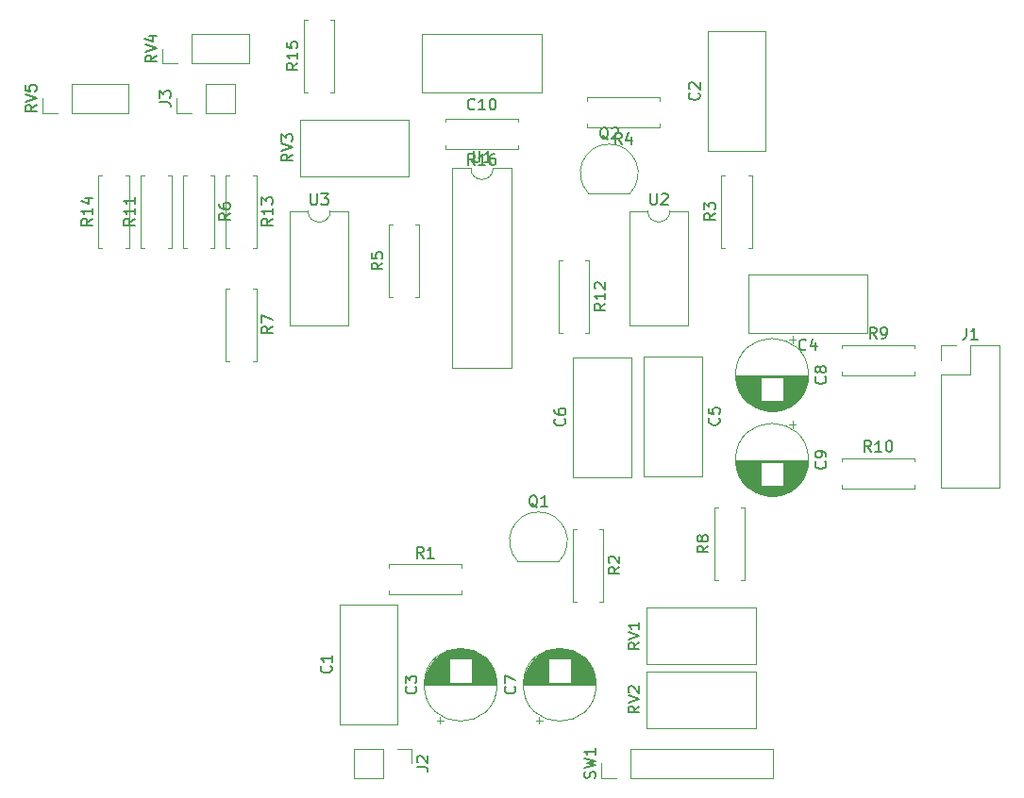
<source format=gbr>
%TF.GenerationSoftware,KiCad,Pcbnew,(6.0.6)*%
%TF.CreationDate,2022-11-10T09:08:44+01:00*%
%TF.ProjectId,LFO,4c464f2e-6b69-4636-9164-5f7063625858,rev?*%
%TF.SameCoordinates,Original*%
%TF.FileFunction,Legend,Top*%
%TF.FilePolarity,Positive*%
%FSLAX46Y46*%
G04 Gerber Fmt 4.6, Leading zero omitted, Abs format (unit mm)*
G04 Created by KiCad (PCBNEW (6.0.6)) date 2022-11-10 09:08:44*
%MOMM*%
%LPD*%
G01*
G04 APERTURE LIST*
%ADD10C,0.150000*%
%ADD11C,0.120000*%
G04 APERTURE END LIST*
D10*
%TO.C,J1*%
X155871666Y-104437380D02*
X155871666Y-105151666D01*
X155824047Y-105294523D01*
X155728809Y-105389761D01*
X155585952Y-105437380D01*
X155490714Y-105437380D01*
X156871666Y-105437380D02*
X156300238Y-105437380D01*
X156585952Y-105437380D02*
X156585952Y-104437380D01*
X156490714Y-104580238D01*
X156395476Y-104675476D01*
X156300238Y-104723095D01*
%TO.C,SW1*%
X122534761Y-144843333D02*
X122582380Y-144700476D01*
X122582380Y-144462380D01*
X122534761Y-144367142D01*
X122487142Y-144319523D01*
X122391904Y-144271904D01*
X122296666Y-144271904D01*
X122201428Y-144319523D01*
X122153809Y-144367142D01*
X122106190Y-144462380D01*
X122058571Y-144652857D01*
X122010952Y-144748095D01*
X121963333Y-144795714D01*
X121868095Y-144843333D01*
X121772857Y-144843333D01*
X121677619Y-144795714D01*
X121630000Y-144748095D01*
X121582380Y-144652857D01*
X121582380Y-144414761D01*
X121630000Y-144271904D01*
X121582380Y-143938571D02*
X122582380Y-143700476D01*
X121868095Y-143510000D01*
X122582380Y-143319523D01*
X121582380Y-143081428D01*
X122582380Y-142176666D02*
X122582380Y-142748095D01*
X122582380Y-142462380D02*
X121582380Y-142462380D01*
X121725238Y-142557619D01*
X121820476Y-142652857D01*
X121868095Y-142748095D01*
%TO.C,RV5*%
X72432380Y-84415238D02*
X71956190Y-84748571D01*
X72432380Y-84986666D02*
X71432380Y-84986666D01*
X71432380Y-84605714D01*
X71480000Y-84510476D01*
X71527619Y-84462857D01*
X71622857Y-84415238D01*
X71765714Y-84415238D01*
X71860952Y-84462857D01*
X71908571Y-84510476D01*
X71956190Y-84605714D01*
X71956190Y-84986666D01*
X71432380Y-84129523D02*
X72432380Y-83796190D01*
X71432380Y-83462857D01*
X71432380Y-82653333D02*
X71432380Y-83129523D01*
X71908571Y-83177142D01*
X71860952Y-83129523D01*
X71813333Y-83034285D01*
X71813333Y-82796190D01*
X71860952Y-82700952D01*
X71908571Y-82653333D01*
X72003809Y-82605714D01*
X72241904Y-82605714D01*
X72337142Y-82653333D01*
X72384761Y-82700952D01*
X72432380Y-82796190D01*
X72432380Y-83034285D01*
X72384761Y-83129523D01*
X72337142Y-83177142D01*
%TO.C,RV4*%
X83212380Y-79970238D02*
X82736190Y-80303571D01*
X83212380Y-80541666D02*
X82212380Y-80541666D01*
X82212380Y-80160714D01*
X82260000Y-80065476D01*
X82307619Y-80017857D01*
X82402857Y-79970238D01*
X82545714Y-79970238D01*
X82640952Y-80017857D01*
X82688571Y-80065476D01*
X82736190Y-80160714D01*
X82736190Y-80541666D01*
X82212380Y-79684523D02*
X83212380Y-79351190D01*
X82212380Y-79017857D01*
X82545714Y-78255952D02*
X83212380Y-78255952D01*
X82164761Y-78494047D02*
X82879047Y-78732142D01*
X82879047Y-78113095D01*
%TO.C,RV3*%
X95402380Y-88860238D02*
X94926190Y-89193571D01*
X95402380Y-89431666D02*
X94402380Y-89431666D01*
X94402380Y-89050714D01*
X94450000Y-88955476D01*
X94497619Y-88907857D01*
X94592857Y-88860238D01*
X94735714Y-88860238D01*
X94830952Y-88907857D01*
X94878571Y-88955476D01*
X94926190Y-89050714D01*
X94926190Y-89431666D01*
X94402380Y-88574523D02*
X95402380Y-88241190D01*
X94402380Y-87907857D01*
X94402380Y-87669761D02*
X94402380Y-87050714D01*
X94783333Y-87384047D01*
X94783333Y-87241190D01*
X94830952Y-87145952D01*
X94878571Y-87098333D01*
X94973809Y-87050714D01*
X95211904Y-87050714D01*
X95307142Y-87098333D01*
X95354761Y-87145952D01*
X95402380Y-87241190D01*
X95402380Y-87526904D01*
X95354761Y-87622142D01*
X95307142Y-87669761D01*
%TO.C,RV2*%
X126517380Y-138390238D02*
X126041190Y-138723571D01*
X126517380Y-138961666D02*
X125517380Y-138961666D01*
X125517380Y-138580714D01*
X125565000Y-138485476D01*
X125612619Y-138437857D01*
X125707857Y-138390238D01*
X125850714Y-138390238D01*
X125945952Y-138437857D01*
X125993571Y-138485476D01*
X126041190Y-138580714D01*
X126041190Y-138961666D01*
X125517380Y-138104523D02*
X126517380Y-137771190D01*
X125517380Y-137437857D01*
X125612619Y-137152142D02*
X125565000Y-137104523D01*
X125517380Y-137009285D01*
X125517380Y-136771190D01*
X125565000Y-136675952D01*
X125612619Y-136628333D01*
X125707857Y-136580714D01*
X125803095Y-136580714D01*
X125945952Y-136628333D01*
X126517380Y-137199761D01*
X126517380Y-136580714D01*
%TO.C,RV1*%
X126517380Y-132675238D02*
X126041190Y-133008571D01*
X126517380Y-133246666D02*
X125517380Y-133246666D01*
X125517380Y-132865714D01*
X125565000Y-132770476D01*
X125612619Y-132722857D01*
X125707857Y-132675238D01*
X125850714Y-132675238D01*
X125945952Y-132722857D01*
X125993571Y-132770476D01*
X126041190Y-132865714D01*
X126041190Y-133246666D01*
X125517380Y-132389523D02*
X126517380Y-132056190D01*
X125517380Y-131722857D01*
X126517380Y-130865714D02*
X126517380Y-131437142D01*
X126517380Y-131151428D02*
X125517380Y-131151428D01*
X125660238Y-131246666D01*
X125755476Y-131341904D01*
X125803095Y-131437142D01*
%TO.C,J3*%
X83477380Y-84153333D02*
X84191666Y-84153333D01*
X84334523Y-84200952D01*
X84429761Y-84296190D01*
X84477380Y-84439047D01*
X84477380Y-84534285D01*
X83477380Y-83772380D02*
X83477380Y-83153333D01*
X83858333Y-83486666D01*
X83858333Y-83343809D01*
X83905952Y-83248571D01*
X83953571Y-83200952D01*
X84048809Y-83153333D01*
X84286904Y-83153333D01*
X84382142Y-83200952D01*
X84429761Y-83248571D01*
X84477380Y-83343809D01*
X84477380Y-83629523D01*
X84429761Y-83724761D01*
X84382142Y-83772380D01*
%TO.C,J2*%
X106557380Y-143843333D02*
X107271666Y-143843333D01*
X107414523Y-143890952D01*
X107509761Y-143986190D01*
X107557380Y-144129047D01*
X107557380Y-144224285D01*
X106652619Y-143414761D02*
X106605000Y-143367142D01*
X106557380Y-143271904D01*
X106557380Y-143033809D01*
X106605000Y-142938571D01*
X106652619Y-142890952D01*
X106747857Y-142843333D01*
X106843095Y-142843333D01*
X106985952Y-142890952D01*
X107557380Y-143462380D01*
X107557380Y-142843333D01*
%TO.C,C10*%
X111752142Y-84752142D02*
X111704523Y-84799761D01*
X111561666Y-84847380D01*
X111466428Y-84847380D01*
X111323571Y-84799761D01*
X111228333Y-84704523D01*
X111180714Y-84609285D01*
X111133095Y-84418809D01*
X111133095Y-84275952D01*
X111180714Y-84085476D01*
X111228333Y-83990238D01*
X111323571Y-83895000D01*
X111466428Y-83847380D01*
X111561666Y-83847380D01*
X111704523Y-83895000D01*
X111752142Y-83942619D01*
X112704523Y-84847380D02*
X112133095Y-84847380D01*
X112418809Y-84847380D02*
X112418809Y-83847380D01*
X112323571Y-83990238D01*
X112228333Y-84085476D01*
X112133095Y-84133095D01*
X113323571Y-83847380D02*
X113418809Y-83847380D01*
X113514047Y-83895000D01*
X113561666Y-83942619D01*
X113609285Y-84037857D01*
X113656904Y-84228333D01*
X113656904Y-84466428D01*
X113609285Y-84656904D01*
X113561666Y-84752142D01*
X113514047Y-84799761D01*
X113418809Y-84847380D01*
X113323571Y-84847380D01*
X113228333Y-84799761D01*
X113180714Y-84752142D01*
X113133095Y-84656904D01*
X113085476Y-84466428D01*
X113085476Y-84228333D01*
X113133095Y-84037857D01*
X113180714Y-83942619D01*
X113228333Y-83895000D01*
X113323571Y-83847380D01*
%TO.C,C6*%
X119797142Y-112601666D02*
X119844761Y-112649285D01*
X119892380Y-112792142D01*
X119892380Y-112887380D01*
X119844761Y-113030238D01*
X119749523Y-113125476D01*
X119654285Y-113173095D01*
X119463809Y-113220714D01*
X119320952Y-113220714D01*
X119130476Y-113173095D01*
X119035238Y-113125476D01*
X118940000Y-113030238D01*
X118892380Y-112887380D01*
X118892380Y-112792142D01*
X118940000Y-112649285D01*
X118987619Y-112601666D01*
X118892380Y-111744523D02*
X118892380Y-111935000D01*
X118940000Y-112030238D01*
X118987619Y-112077857D01*
X119130476Y-112173095D01*
X119320952Y-112220714D01*
X119701904Y-112220714D01*
X119797142Y-112173095D01*
X119844761Y-112125476D01*
X119892380Y-112030238D01*
X119892380Y-111839761D01*
X119844761Y-111744523D01*
X119797142Y-111696904D01*
X119701904Y-111649285D01*
X119463809Y-111649285D01*
X119368571Y-111696904D01*
X119320952Y-111744523D01*
X119273333Y-111839761D01*
X119273333Y-112030238D01*
X119320952Y-112125476D01*
X119368571Y-112173095D01*
X119463809Y-112220714D01*
%TO.C,C5*%
X133647142Y-112521666D02*
X133694761Y-112569285D01*
X133742380Y-112712142D01*
X133742380Y-112807380D01*
X133694761Y-112950238D01*
X133599523Y-113045476D01*
X133504285Y-113093095D01*
X133313809Y-113140714D01*
X133170952Y-113140714D01*
X132980476Y-113093095D01*
X132885238Y-113045476D01*
X132790000Y-112950238D01*
X132742380Y-112807380D01*
X132742380Y-112712142D01*
X132790000Y-112569285D01*
X132837619Y-112521666D01*
X132742380Y-111616904D02*
X132742380Y-112093095D01*
X133218571Y-112140714D01*
X133170952Y-112093095D01*
X133123333Y-111997857D01*
X133123333Y-111759761D01*
X133170952Y-111664523D01*
X133218571Y-111616904D01*
X133313809Y-111569285D01*
X133551904Y-111569285D01*
X133647142Y-111616904D01*
X133694761Y-111664523D01*
X133742380Y-111759761D01*
X133742380Y-111997857D01*
X133694761Y-112093095D01*
X133647142Y-112140714D01*
%TO.C,C4*%
X141478333Y-106342142D02*
X141430714Y-106389761D01*
X141287857Y-106437380D01*
X141192619Y-106437380D01*
X141049761Y-106389761D01*
X140954523Y-106294523D01*
X140906904Y-106199285D01*
X140859285Y-106008809D01*
X140859285Y-105865952D01*
X140906904Y-105675476D01*
X140954523Y-105580238D01*
X141049761Y-105485000D01*
X141192619Y-105437380D01*
X141287857Y-105437380D01*
X141430714Y-105485000D01*
X141478333Y-105532619D01*
X142335476Y-105770714D02*
X142335476Y-106437380D01*
X142097380Y-105389761D02*
X141859285Y-106104047D01*
X142478333Y-106104047D01*
%TO.C,C2*%
X131862142Y-83351666D02*
X131909761Y-83399285D01*
X131957380Y-83542142D01*
X131957380Y-83637380D01*
X131909761Y-83780238D01*
X131814523Y-83875476D01*
X131719285Y-83923095D01*
X131528809Y-83970714D01*
X131385952Y-83970714D01*
X131195476Y-83923095D01*
X131100238Y-83875476D01*
X131005000Y-83780238D01*
X130957380Y-83637380D01*
X130957380Y-83542142D01*
X131005000Y-83399285D01*
X131052619Y-83351666D01*
X131052619Y-82970714D02*
X131005000Y-82923095D01*
X130957380Y-82827857D01*
X130957380Y-82589761D01*
X131005000Y-82494523D01*
X131052619Y-82446904D01*
X131147857Y-82399285D01*
X131243095Y-82399285D01*
X131385952Y-82446904D01*
X131957380Y-83018333D01*
X131957380Y-82399285D01*
%TO.C,C1*%
X98842142Y-134786666D02*
X98889761Y-134834285D01*
X98937380Y-134977142D01*
X98937380Y-135072380D01*
X98889761Y-135215238D01*
X98794523Y-135310476D01*
X98699285Y-135358095D01*
X98508809Y-135405714D01*
X98365952Y-135405714D01*
X98175476Y-135358095D01*
X98080238Y-135310476D01*
X97985000Y-135215238D01*
X97937380Y-135072380D01*
X97937380Y-134977142D01*
X97985000Y-134834285D01*
X98032619Y-134786666D01*
X98937380Y-133834285D02*
X98937380Y-134405714D01*
X98937380Y-134120000D02*
X97937380Y-134120000D01*
X98080238Y-134215238D01*
X98175476Y-134310476D01*
X98223095Y-134405714D01*
%TO.C,C9*%
X143187142Y-116439287D02*
X143234761Y-116486906D01*
X143282380Y-116629763D01*
X143282380Y-116725001D01*
X143234761Y-116867859D01*
X143139523Y-116963097D01*
X143044285Y-117010716D01*
X142853809Y-117058335D01*
X142710952Y-117058335D01*
X142520476Y-117010716D01*
X142425238Y-116963097D01*
X142330000Y-116867859D01*
X142282380Y-116725001D01*
X142282380Y-116629763D01*
X142330000Y-116486906D01*
X142377619Y-116439287D01*
X143282380Y-115963097D02*
X143282380Y-115772621D01*
X143234761Y-115677382D01*
X143187142Y-115629763D01*
X143044285Y-115534525D01*
X142853809Y-115486906D01*
X142472857Y-115486906D01*
X142377619Y-115534525D01*
X142330000Y-115582144D01*
X142282380Y-115677382D01*
X142282380Y-115867859D01*
X142330000Y-115963097D01*
X142377619Y-116010716D01*
X142472857Y-116058335D01*
X142710952Y-116058335D01*
X142806190Y-116010716D01*
X142853809Y-115963097D01*
X142901428Y-115867859D01*
X142901428Y-115677382D01*
X142853809Y-115582144D01*
X142806190Y-115534525D01*
X142710952Y-115486906D01*
%TO.C,C8*%
X143187142Y-108819286D02*
X143234761Y-108866905D01*
X143282380Y-109009762D01*
X143282380Y-109105000D01*
X143234761Y-109247858D01*
X143139523Y-109343096D01*
X143044285Y-109390715D01*
X142853809Y-109438334D01*
X142710952Y-109438334D01*
X142520476Y-109390715D01*
X142425238Y-109343096D01*
X142330000Y-109247858D01*
X142282380Y-109105000D01*
X142282380Y-109009762D01*
X142330000Y-108866905D01*
X142377619Y-108819286D01*
X142710952Y-108247858D02*
X142663333Y-108343096D01*
X142615714Y-108390715D01*
X142520476Y-108438334D01*
X142472857Y-108438334D01*
X142377619Y-108390715D01*
X142330000Y-108343096D01*
X142282380Y-108247858D01*
X142282380Y-108057381D01*
X142330000Y-107962143D01*
X142377619Y-107914524D01*
X142472857Y-107866905D01*
X142520476Y-107866905D01*
X142615714Y-107914524D01*
X142663333Y-107962143D01*
X142710952Y-108057381D01*
X142710952Y-108247858D01*
X142758571Y-108343096D01*
X142806190Y-108390715D01*
X142901428Y-108438334D01*
X143091904Y-108438334D01*
X143187142Y-108390715D01*
X143234761Y-108343096D01*
X143282380Y-108247858D01*
X143282380Y-108057381D01*
X143234761Y-107962143D01*
X143187142Y-107914524D01*
X143091904Y-107866905D01*
X142901428Y-107866905D01*
X142806190Y-107914524D01*
X142758571Y-107962143D01*
X142710952Y-108057381D01*
%TO.C,C7*%
X115337142Y-136624046D02*
X115384761Y-136671665D01*
X115432380Y-136814522D01*
X115432380Y-136909760D01*
X115384761Y-137052618D01*
X115289523Y-137147856D01*
X115194285Y-137195475D01*
X115003809Y-137243094D01*
X114860952Y-137243094D01*
X114670476Y-137195475D01*
X114575238Y-137147856D01*
X114480000Y-137052618D01*
X114432380Y-136909760D01*
X114432380Y-136814522D01*
X114480000Y-136671665D01*
X114527619Y-136624046D01*
X114432380Y-136290713D02*
X114432380Y-135624046D01*
X115432380Y-136052618D01*
%TO.C,C3*%
X106447142Y-136624046D02*
X106494761Y-136671665D01*
X106542380Y-136814522D01*
X106542380Y-136909760D01*
X106494761Y-137052618D01*
X106399523Y-137147856D01*
X106304285Y-137195475D01*
X106113809Y-137243094D01*
X105970952Y-137243094D01*
X105780476Y-137195475D01*
X105685238Y-137147856D01*
X105590000Y-137052618D01*
X105542380Y-136909760D01*
X105542380Y-136814522D01*
X105590000Y-136671665D01*
X105637619Y-136624046D01*
X105542380Y-136290713D02*
X105542380Y-135671665D01*
X105923333Y-136004999D01*
X105923333Y-135862141D01*
X105970952Y-135766903D01*
X106018571Y-135719284D01*
X106113809Y-135671665D01*
X106351904Y-135671665D01*
X106447142Y-135719284D01*
X106494761Y-135766903D01*
X106542380Y-135862141D01*
X106542380Y-136147856D01*
X106494761Y-136243094D01*
X106447142Y-136290713D01*
%TO.C,U3*%
X97038095Y-92382380D02*
X97038095Y-93191904D01*
X97085714Y-93287142D01*
X97133333Y-93334761D01*
X97228571Y-93382380D01*
X97419047Y-93382380D01*
X97514285Y-93334761D01*
X97561904Y-93287142D01*
X97609523Y-93191904D01*
X97609523Y-92382380D01*
X97990476Y-92382380D02*
X98609523Y-92382380D01*
X98276190Y-92763333D01*
X98419047Y-92763333D01*
X98514285Y-92810952D01*
X98561904Y-92858571D01*
X98609523Y-92953809D01*
X98609523Y-93191904D01*
X98561904Y-93287142D01*
X98514285Y-93334761D01*
X98419047Y-93382380D01*
X98133333Y-93382380D01*
X98038095Y-93334761D01*
X97990476Y-93287142D01*
%TO.C,U1*%
X111643095Y-88557380D02*
X111643095Y-89366904D01*
X111690714Y-89462142D01*
X111738333Y-89509761D01*
X111833571Y-89557380D01*
X112024047Y-89557380D01*
X112119285Y-89509761D01*
X112166904Y-89462142D01*
X112214523Y-89366904D01*
X112214523Y-88557380D01*
X113214523Y-89557380D02*
X112643095Y-89557380D01*
X112928809Y-89557380D02*
X112928809Y-88557380D01*
X112833571Y-88700238D01*
X112738333Y-88795476D01*
X112643095Y-88843095D01*
%TO.C,R16*%
X111752142Y-89817380D02*
X111418809Y-89341190D01*
X111180714Y-89817380D02*
X111180714Y-88817380D01*
X111561666Y-88817380D01*
X111656904Y-88865000D01*
X111704523Y-88912619D01*
X111752142Y-89007857D01*
X111752142Y-89150714D01*
X111704523Y-89245952D01*
X111656904Y-89293571D01*
X111561666Y-89341190D01*
X111180714Y-89341190D01*
X112704523Y-89817380D02*
X112133095Y-89817380D01*
X112418809Y-89817380D02*
X112418809Y-88817380D01*
X112323571Y-88960238D01*
X112228333Y-89055476D01*
X112133095Y-89103095D01*
X113561666Y-88817380D02*
X113371190Y-88817380D01*
X113275952Y-88865000D01*
X113228333Y-88912619D01*
X113133095Y-89055476D01*
X113085476Y-89245952D01*
X113085476Y-89626904D01*
X113133095Y-89722142D01*
X113180714Y-89769761D01*
X113275952Y-89817380D01*
X113466428Y-89817380D01*
X113561666Y-89769761D01*
X113609285Y-89722142D01*
X113656904Y-89626904D01*
X113656904Y-89388809D01*
X113609285Y-89293571D01*
X113561666Y-89245952D01*
X113466428Y-89198333D01*
X113275952Y-89198333D01*
X113180714Y-89245952D01*
X113133095Y-89293571D01*
X113085476Y-89388809D01*
%TO.C,R15*%
X95872380Y-80652857D02*
X95396190Y-80986190D01*
X95872380Y-81224285D02*
X94872380Y-81224285D01*
X94872380Y-80843333D01*
X94920000Y-80748095D01*
X94967619Y-80700476D01*
X95062857Y-80652857D01*
X95205714Y-80652857D01*
X95300952Y-80700476D01*
X95348571Y-80748095D01*
X95396190Y-80843333D01*
X95396190Y-81224285D01*
X95872380Y-79700476D02*
X95872380Y-80271904D01*
X95872380Y-79986190D02*
X94872380Y-79986190D01*
X95015238Y-80081428D01*
X95110476Y-80176666D01*
X95158095Y-80271904D01*
X94872380Y-78795714D02*
X94872380Y-79271904D01*
X95348571Y-79319523D01*
X95300952Y-79271904D01*
X95253333Y-79176666D01*
X95253333Y-78938571D01*
X95300952Y-78843333D01*
X95348571Y-78795714D01*
X95443809Y-78748095D01*
X95681904Y-78748095D01*
X95777142Y-78795714D01*
X95824761Y-78843333D01*
X95872380Y-78938571D01*
X95872380Y-79176666D01*
X95824761Y-79271904D01*
X95777142Y-79319523D01*
%TO.C,R14*%
X77457380Y-94622857D02*
X76981190Y-94956190D01*
X77457380Y-95194285D02*
X76457380Y-95194285D01*
X76457380Y-94813333D01*
X76505000Y-94718095D01*
X76552619Y-94670476D01*
X76647857Y-94622857D01*
X76790714Y-94622857D01*
X76885952Y-94670476D01*
X76933571Y-94718095D01*
X76981190Y-94813333D01*
X76981190Y-95194285D01*
X77457380Y-93670476D02*
X77457380Y-94241904D01*
X77457380Y-93956190D02*
X76457380Y-93956190D01*
X76600238Y-94051428D01*
X76695476Y-94146666D01*
X76743095Y-94241904D01*
X76790714Y-92813333D02*
X77457380Y-92813333D01*
X76409761Y-93051428D02*
X77124047Y-93289523D01*
X77124047Y-92670476D01*
%TO.C,R13*%
X93627380Y-94622857D02*
X93151190Y-94956190D01*
X93627380Y-95194285D02*
X92627380Y-95194285D01*
X92627380Y-94813333D01*
X92675000Y-94718095D01*
X92722619Y-94670476D01*
X92817857Y-94622857D01*
X92960714Y-94622857D01*
X93055952Y-94670476D01*
X93103571Y-94718095D01*
X93151190Y-94813333D01*
X93151190Y-95194285D01*
X93627380Y-93670476D02*
X93627380Y-94241904D01*
X93627380Y-93956190D02*
X92627380Y-93956190D01*
X92770238Y-94051428D01*
X92865476Y-94146666D01*
X92913095Y-94241904D01*
X92627380Y-93337142D02*
X92627380Y-92718095D01*
X93008333Y-93051428D01*
X93008333Y-92908571D01*
X93055952Y-92813333D01*
X93103571Y-92765714D01*
X93198809Y-92718095D01*
X93436904Y-92718095D01*
X93532142Y-92765714D01*
X93579761Y-92813333D01*
X93627380Y-92908571D01*
X93627380Y-93194285D01*
X93579761Y-93289523D01*
X93532142Y-93337142D01*
%TO.C,R12*%
X123472380Y-102242857D02*
X122996190Y-102576190D01*
X123472380Y-102814285D02*
X122472380Y-102814285D01*
X122472380Y-102433333D01*
X122520000Y-102338095D01*
X122567619Y-102290476D01*
X122662857Y-102242857D01*
X122805714Y-102242857D01*
X122900952Y-102290476D01*
X122948571Y-102338095D01*
X122996190Y-102433333D01*
X122996190Y-102814285D01*
X123472380Y-101290476D02*
X123472380Y-101861904D01*
X123472380Y-101576190D02*
X122472380Y-101576190D01*
X122615238Y-101671428D01*
X122710476Y-101766666D01*
X122758095Y-101861904D01*
X122567619Y-100909523D02*
X122520000Y-100861904D01*
X122472380Y-100766666D01*
X122472380Y-100528571D01*
X122520000Y-100433333D01*
X122567619Y-100385714D01*
X122662857Y-100338095D01*
X122758095Y-100338095D01*
X122900952Y-100385714D01*
X123472380Y-100957142D01*
X123472380Y-100338095D01*
%TO.C,R11*%
X81267380Y-94622857D02*
X80791190Y-94956190D01*
X81267380Y-95194285D02*
X80267380Y-95194285D01*
X80267380Y-94813333D01*
X80315000Y-94718095D01*
X80362619Y-94670476D01*
X80457857Y-94622857D01*
X80600714Y-94622857D01*
X80695952Y-94670476D01*
X80743571Y-94718095D01*
X80791190Y-94813333D01*
X80791190Y-95194285D01*
X81267380Y-93670476D02*
X81267380Y-94241904D01*
X81267380Y-93956190D02*
X80267380Y-93956190D01*
X80410238Y-94051428D01*
X80505476Y-94146666D01*
X80553095Y-94241904D01*
X81267380Y-92718095D02*
X81267380Y-93289523D01*
X81267380Y-93003809D02*
X80267380Y-93003809D01*
X80410238Y-93099047D01*
X80505476Y-93194285D01*
X80553095Y-93289523D01*
%TO.C,R10*%
X147312142Y-115557380D02*
X146978809Y-115081190D01*
X146740714Y-115557380D02*
X146740714Y-114557380D01*
X147121666Y-114557380D01*
X147216904Y-114605000D01*
X147264523Y-114652619D01*
X147312142Y-114747857D01*
X147312142Y-114890714D01*
X147264523Y-114985952D01*
X147216904Y-115033571D01*
X147121666Y-115081190D01*
X146740714Y-115081190D01*
X148264523Y-115557380D02*
X147693095Y-115557380D01*
X147978809Y-115557380D02*
X147978809Y-114557380D01*
X147883571Y-114700238D01*
X147788333Y-114795476D01*
X147693095Y-114843095D01*
X148883571Y-114557380D02*
X148978809Y-114557380D01*
X149074047Y-114605000D01*
X149121666Y-114652619D01*
X149169285Y-114747857D01*
X149216904Y-114938333D01*
X149216904Y-115176428D01*
X149169285Y-115366904D01*
X149121666Y-115462142D01*
X149074047Y-115509761D01*
X148978809Y-115557380D01*
X148883571Y-115557380D01*
X148788333Y-115509761D01*
X148740714Y-115462142D01*
X148693095Y-115366904D01*
X148645476Y-115176428D01*
X148645476Y-114938333D01*
X148693095Y-114747857D01*
X148740714Y-114652619D01*
X148788333Y-114605000D01*
X148883571Y-114557380D01*
%TO.C,R9*%
X147788333Y-105397380D02*
X147455000Y-104921190D01*
X147216904Y-105397380D02*
X147216904Y-104397380D01*
X147597857Y-104397380D01*
X147693095Y-104445000D01*
X147740714Y-104492619D01*
X147788333Y-104587857D01*
X147788333Y-104730714D01*
X147740714Y-104825952D01*
X147693095Y-104873571D01*
X147597857Y-104921190D01*
X147216904Y-104921190D01*
X148264523Y-105397380D02*
X148455000Y-105397380D01*
X148550238Y-105349761D01*
X148597857Y-105302142D01*
X148693095Y-105159285D01*
X148740714Y-104968809D01*
X148740714Y-104587857D01*
X148693095Y-104492619D01*
X148645476Y-104445000D01*
X148550238Y-104397380D01*
X148359761Y-104397380D01*
X148264523Y-104445000D01*
X148216904Y-104492619D01*
X148169285Y-104587857D01*
X148169285Y-104825952D01*
X148216904Y-104921190D01*
X148264523Y-104968809D01*
X148359761Y-105016428D01*
X148550238Y-105016428D01*
X148645476Y-104968809D01*
X148693095Y-104921190D01*
X148740714Y-104825952D01*
%TO.C,R8*%
X132702380Y-123991666D02*
X132226190Y-124325000D01*
X132702380Y-124563095D02*
X131702380Y-124563095D01*
X131702380Y-124182142D01*
X131750000Y-124086904D01*
X131797619Y-124039285D01*
X131892857Y-123991666D01*
X132035714Y-123991666D01*
X132130952Y-124039285D01*
X132178571Y-124086904D01*
X132226190Y-124182142D01*
X132226190Y-124563095D01*
X132130952Y-123420238D02*
X132083333Y-123515476D01*
X132035714Y-123563095D01*
X131940476Y-123610714D01*
X131892857Y-123610714D01*
X131797619Y-123563095D01*
X131750000Y-123515476D01*
X131702380Y-123420238D01*
X131702380Y-123229761D01*
X131750000Y-123134523D01*
X131797619Y-123086904D01*
X131892857Y-123039285D01*
X131940476Y-123039285D01*
X132035714Y-123086904D01*
X132083333Y-123134523D01*
X132130952Y-123229761D01*
X132130952Y-123420238D01*
X132178571Y-123515476D01*
X132226190Y-123563095D01*
X132321428Y-123610714D01*
X132511904Y-123610714D01*
X132607142Y-123563095D01*
X132654761Y-123515476D01*
X132702380Y-123420238D01*
X132702380Y-123229761D01*
X132654761Y-123134523D01*
X132607142Y-123086904D01*
X132511904Y-123039285D01*
X132321428Y-123039285D01*
X132226190Y-123086904D01*
X132178571Y-123134523D01*
X132130952Y-123229761D01*
%TO.C,R7*%
X93627380Y-104306666D02*
X93151190Y-104640000D01*
X93627380Y-104878095D02*
X92627380Y-104878095D01*
X92627380Y-104497142D01*
X92675000Y-104401904D01*
X92722619Y-104354285D01*
X92817857Y-104306666D01*
X92960714Y-104306666D01*
X93055952Y-104354285D01*
X93103571Y-104401904D01*
X93151190Y-104497142D01*
X93151190Y-104878095D01*
X92627380Y-103973333D02*
X92627380Y-103306666D01*
X93627380Y-103735238D01*
%TO.C,R6*%
X89817380Y-94146666D02*
X89341190Y-94480000D01*
X89817380Y-94718095D02*
X88817380Y-94718095D01*
X88817380Y-94337142D01*
X88865000Y-94241904D01*
X88912619Y-94194285D01*
X89007857Y-94146666D01*
X89150714Y-94146666D01*
X89245952Y-94194285D01*
X89293571Y-94241904D01*
X89341190Y-94337142D01*
X89341190Y-94718095D01*
X88817380Y-93289523D02*
X88817380Y-93480000D01*
X88865000Y-93575238D01*
X88912619Y-93622857D01*
X89055476Y-93718095D01*
X89245952Y-93765714D01*
X89626904Y-93765714D01*
X89722142Y-93718095D01*
X89769761Y-93670476D01*
X89817380Y-93575238D01*
X89817380Y-93384761D01*
X89769761Y-93289523D01*
X89722142Y-93241904D01*
X89626904Y-93194285D01*
X89388809Y-93194285D01*
X89293571Y-93241904D01*
X89245952Y-93289523D01*
X89198333Y-93384761D01*
X89198333Y-93575238D01*
X89245952Y-93670476D01*
X89293571Y-93718095D01*
X89388809Y-93765714D01*
%TO.C,R5*%
X103492380Y-98591666D02*
X103016190Y-98925000D01*
X103492380Y-99163095D02*
X102492380Y-99163095D01*
X102492380Y-98782142D01*
X102540000Y-98686904D01*
X102587619Y-98639285D01*
X102682857Y-98591666D01*
X102825714Y-98591666D01*
X102920952Y-98639285D01*
X102968571Y-98686904D01*
X103016190Y-98782142D01*
X103016190Y-99163095D01*
X102492380Y-97686904D02*
X102492380Y-98163095D01*
X102968571Y-98210714D01*
X102920952Y-98163095D01*
X102873333Y-98067857D01*
X102873333Y-97829761D01*
X102920952Y-97734523D01*
X102968571Y-97686904D01*
X103063809Y-97639285D01*
X103301904Y-97639285D01*
X103397142Y-97686904D01*
X103444761Y-97734523D01*
X103492380Y-97829761D01*
X103492380Y-98067857D01*
X103444761Y-98163095D01*
X103397142Y-98210714D01*
%TO.C,R4*%
X124928333Y-87912380D02*
X124595000Y-87436190D01*
X124356904Y-87912380D02*
X124356904Y-86912380D01*
X124737857Y-86912380D01*
X124833095Y-86960000D01*
X124880714Y-87007619D01*
X124928333Y-87102857D01*
X124928333Y-87245714D01*
X124880714Y-87340952D01*
X124833095Y-87388571D01*
X124737857Y-87436190D01*
X124356904Y-87436190D01*
X125785476Y-87245714D02*
X125785476Y-87912380D01*
X125547380Y-86864761D02*
X125309285Y-87579047D01*
X125928333Y-87579047D01*
%TO.C,R3*%
X133337380Y-94146666D02*
X132861190Y-94480000D01*
X133337380Y-94718095D02*
X132337380Y-94718095D01*
X132337380Y-94337142D01*
X132385000Y-94241904D01*
X132432619Y-94194285D01*
X132527857Y-94146666D01*
X132670714Y-94146666D01*
X132765952Y-94194285D01*
X132813571Y-94241904D01*
X132861190Y-94337142D01*
X132861190Y-94718095D01*
X132337380Y-93813333D02*
X132337380Y-93194285D01*
X132718333Y-93527619D01*
X132718333Y-93384761D01*
X132765952Y-93289523D01*
X132813571Y-93241904D01*
X132908809Y-93194285D01*
X133146904Y-93194285D01*
X133242142Y-93241904D01*
X133289761Y-93289523D01*
X133337380Y-93384761D01*
X133337380Y-93670476D01*
X133289761Y-93765714D01*
X133242142Y-93813333D01*
%TO.C,R2*%
X124742380Y-125896666D02*
X124266190Y-126230000D01*
X124742380Y-126468095D02*
X123742380Y-126468095D01*
X123742380Y-126087142D01*
X123790000Y-125991904D01*
X123837619Y-125944285D01*
X123932857Y-125896666D01*
X124075714Y-125896666D01*
X124170952Y-125944285D01*
X124218571Y-125991904D01*
X124266190Y-126087142D01*
X124266190Y-126468095D01*
X123837619Y-125515714D02*
X123790000Y-125468095D01*
X123742380Y-125372857D01*
X123742380Y-125134761D01*
X123790000Y-125039523D01*
X123837619Y-124991904D01*
X123932857Y-124944285D01*
X124028095Y-124944285D01*
X124170952Y-124991904D01*
X124742380Y-125563333D01*
X124742380Y-124944285D01*
%TO.C,R1*%
X107148333Y-125082380D02*
X106815000Y-124606190D01*
X106576904Y-125082380D02*
X106576904Y-124082380D01*
X106957857Y-124082380D01*
X107053095Y-124130000D01*
X107100714Y-124177619D01*
X107148333Y-124272857D01*
X107148333Y-124415714D01*
X107100714Y-124510952D01*
X107053095Y-124558571D01*
X106957857Y-124606190D01*
X106576904Y-124606190D01*
X108100714Y-125082380D02*
X107529285Y-125082380D01*
X107815000Y-125082380D02*
X107815000Y-124082380D01*
X107719761Y-124225238D01*
X107624523Y-124320476D01*
X107529285Y-124368095D01*
%TO.C,U2*%
X127508095Y-92372380D02*
X127508095Y-93181904D01*
X127555714Y-93277142D01*
X127603333Y-93324761D01*
X127698571Y-93372380D01*
X127889047Y-93372380D01*
X127984285Y-93324761D01*
X128031904Y-93277142D01*
X128079523Y-93181904D01*
X128079523Y-92372380D01*
X128508095Y-92467619D02*
X128555714Y-92420000D01*
X128650952Y-92372380D01*
X128889047Y-92372380D01*
X128984285Y-92420000D01*
X129031904Y-92467619D01*
X129079523Y-92562857D01*
X129079523Y-92658095D01*
X129031904Y-92800952D01*
X128460476Y-93372380D01*
X129079523Y-93372380D01*
%TO.C,Q2*%
X123729761Y-87517619D02*
X123634523Y-87470000D01*
X123539285Y-87374761D01*
X123396428Y-87231904D01*
X123301190Y-87184285D01*
X123205952Y-87184285D01*
X123253571Y-87422380D02*
X123158333Y-87374761D01*
X123063095Y-87279523D01*
X123015476Y-87089047D01*
X123015476Y-86755714D01*
X123063095Y-86565238D01*
X123158333Y-86470000D01*
X123253571Y-86422380D01*
X123444047Y-86422380D01*
X123539285Y-86470000D01*
X123634523Y-86565238D01*
X123682142Y-86755714D01*
X123682142Y-87089047D01*
X123634523Y-87279523D01*
X123539285Y-87374761D01*
X123444047Y-87422380D01*
X123253571Y-87422380D01*
X124063095Y-86517619D02*
X124110714Y-86470000D01*
X124205952Y-86422380D01*
X124444047Y-86422380D01*
X124539285Y-86470000D01*
X124586904Y-86517619D01*
X124634523Y-86612857D01*
X124634523Y-86708095D01*
X124586904Y-86850952D01*
X124015476Y-87422380D01*
X124634523Y-87422380D01*
%TO.C,Q1*%
X117379761Y-120537619D02*
X117284523Y-120490000D01*
X117189285Y-120394761D01*
X117046428Y-120251904D01*
X116951190Y-120204285D01*
X116855952Y-120204285D01*
X116903571Y-120442380D02*
X116808333Y-120394761D01*
X116713095Y-120299523D01*
X116665476Y-120109047D01*
X116665476Y-119775714D01*
X116713095Y-119585238D01*
X116808333Y-119490000D01*
X116903571Y-119442380D01*
X117094047Y-119442380D01*
X117189285Y-119490000D01*
X117284523Y-119585238D01*
X117332142Y-119775714D01*
X117332142Y-120109047D01*
X117284523Y-120299523D01*
X117189285Y-120394761D01*
X117094047Y-120442380D01*
X116903571Y-120442380D01*
X118284523Y-120442380D02*
X117713095Y-120442380D01*
X117998809Y-120442380D02*
X117998809Y-119442380D01*
X117903571Y-119585238D01*
X117808333Y-119680476D01*
X117713095Y-119728095D01*
D11*
%TO.C,J1*%
X158805000Y-105985000D02*
X158805000Y-118805000D01*
X153605000Y-118805000D02*
X158805000Y-118805000D01*
X156205000Y-108585000D02*
X156205000Y-105985000D01*
X153605000Y-105985000D02*
X154935000Y-105985000D01*
X153605000Y-108585000D02*
X156205000Y-108585000D01*
X156205000Y-105985000D02*
X158805000Y-105985000D01*
X153605000Y-108585000D02*
X153605000Y-118805000D01*
X153605000Y-107315000D02*
X153605000Y-105985000D01*
%TO.C,SW1*%
X125730000Y-142180000D02*
X138490000Y-142180000D01*
X138490000Y-144840000D02*
X138490000Y-142180000D01*
X125730000Y-144840000D02*
X125730000Y-142180000D01*
X123130000Y-144840000D02*
X123130000Y-143510000D01*
X124460000Y-144840000D02*
X123130000Y-144840000D01*
X125730000Y-144840000D02*
X138490000Y-144840000D01*
%TO.C,RV5*%
X75580000Y-85150000D02*
X75580000Y-82490000D01*
X72980000Y-85150000D02*
X72980000Y-83820000D01*
X75580000Y-82490000D02*
X80720000Y-82490000D01*
X74310000Y-85150000D02*
X72980000Y-85150000D01*
X75580000Y-85150000D02*
X80720000Y-85150000D01*
X80720000Y-85150000D02*
X80720000Y-82490000D01*
%TO.C,RV4*%
X86360000Y-80705000D02*
X86360000Y-78045000D01*
X83760000Y-80705000D02*
X83760000Y-79375000D01*
X86360000Y-78045000D02*
X91500000Y-78045000D01*
X85090000Y-80705000D02*
X83760000Y-80705000D01*
X86360000Y-80705000D02*
X91500000Y-80705000D01*
X91500000Y-80705000D02*
X91500000Y-78045000D01*
%TO.C,RV3*%
X96080000Y-90800000D02*
X96080000Y-85730000D01*
X96080000Y-85730000D02*
X105850000Y-85730000D01*
X96080000Y-90800000D02*
X105850000Y-90800000D01*
X105850000Y-90800000D02*
X105850000Y-85730000D01*
%TO.C,RV2*%
X127195000Y-140330000D02*
X127195000Y-135260000D01*
X127195000Y-135260000D02*
X136965000Y-135260000D01*
X127195000Y-140330000D02*
X136965000Y-140330000D01*
X136965000Y-140330000D02*
X136965000Y-135260000D01*
%TO.C,RV1*%
X127195000Y-134615000D02*
X127195000Y-129545000D01*
X127195000Y-129545000D02*
X136965000Y-129545000D01*
X127195000Y-134615000D02*
X136965000Y-134615000D01*
X136965000Y-134615000D02*
X136965000Y-129545000D01*
%TO.C,J3*%
X87625000Y-82490000D02*
X90225000Y-82490000D01*
X85025000Y-85150000D02*
X85025000Y-83820000D01*
X87625000Y-85150000D02*
X87625000Y-82490000D01*
X87625000Y-85150000D02*
X90225000Y-85150000D01*
X90225000Y-85150000D02*
X90225000Y-82490000D01*
X86355000Y-85150000D02*
X85025000Y-85150000D01*
%TO.C,J2*%
X103505000Y-144840000D02*
X100905000Y-144840000D01*
X106105000Y-142180000D02*
X106105000Y-143510000D01*
X103505000Y-142180000D02*
X103505000Y-144840000D01*
X103505000Y-142180000D02*
X100905000Y-142180000D01*
X100905000Y-142180000D02*
X100905000Y-144840000D01*
X104775000Y-142180000D02*
X106105000Y-142180000D01*
%TO.C,C10*%
X117765000Y-83265000D02*
X107025000Y-83265000D01*
X107025000Y-83265000D02*
X107025000Y-78025000D01*
X117765000Y-78025000D02*
X107025000Y-78025000D01*
X117765000Y-83265000D02*
X117765000Y-78025000D01*
%TO.C,C6*%
X120570000Y-117805000D02*
X120570000Y-107065000D01*
X120570000Y-107065000D02*
X125810000Y-107065000D01*
X125810000Y-117805000D02*
X125810000Y-107065000D01*
X120570000Y-117805000D02*
X125810000Y-117805000D01*
%TO.C,C5*%
X132160000Y-106985000D02*
X126920000Y-106985000D01*
X126920000Y-106985000D02*
X126920000Y-117725000D01*
X132160000Y-117725000D02*
X126920000Y-117725000D01*
X132160000Y-106985000D02*
X132160000Y-117725000D01*
%TO.C,C4*%
X147015000Y-104855000D02*
X147015000Y-99615000D01*
X147015000Y-99615000D02*
X136275000Y-99615000D01*
X136275000Y-104855000D02*
X136275000Y-99615000D01*
X147015000Y-104855000D02*
X136275000Y-104855000D01*
%TO.C,C2*%
X132635000Y-88555000D02*
X132635000Y-77815000D01*
X132635000Y-77815000D02*
X137875000Y-77815000D01*
X137875000Y-88555000D02*
X137875000Y-77815000D01*
X132635000Y-88555000D02*
X137875000Y-88555000D01*
%TO.C,C1*%
X99615000Y-139990000D02*
X99615000Y-129250000D01*
X99615000Y-129250000D02*
X104855000Y-129250000D01*
X104855000Y-139990000D02*
X104855000Y-129250000D01*
X99615000Y-139990000D02*
X104855000Y-139990000D01*
%TO.C,C9*%
X141700000Y-116272621D02*
G75*
G03*
X141700000Y-116272621I-3270000J0D01*
G01*
X141654000Y-116472621D02*
X135206000Y-116472621D01*
X141146000Y-118033621D02*
X139470000Y-118033621D01*
X137390000Y-118393621D02*
X135980000Y-118393621D01*
X137390000Y-116952621D02*
X135271000Y-116952621D01*
X141346000Y-117673621D02*
X139470000Y-117673621D01*
X141625000Y-116752621D02*
X139470000Y-116752621D01*
X137390000Y-117473621D02*
X135428000Y-117473621D01*
X141432000Y-117473621D02*
X139470000Y-117473621D01*
X141641000Y-116632621D02*
X139470000Y-116632621D01*
X141491000Y-117313621D02*
X139470000Y-117313621D01*
X141504000Y-117273621D02*
X139470000Y-117273621D01*
X141416000Y-117513621D02*
X139470000Y-117513621D01*
X140946000Y-118313621D02*
X139470000Y-118313621D01*
X141636000Y-116672621D02*
X139470000Y-116672621D01*
X137390000Y-118113621D02*
X135766000Y-118113621D01*
X141306000Y-117753621D02*
X139470000Y-117753621D01*
X137390000Y-116632621D02*
X135219000Y-116632621D01*
X140978000Y-118273621D02*
X139470000Y-118273621D01*
X137390000Y-118073621D02*
X135740000Y-118073621D01*
X137390000Y-118353621D02*
X135946000Y-118353621D01*
X141657000Y-116432621D02*
X135203000Y-116432621D01*
X137390000Y-117633621D02*
X135496000Y-117633621D01*
X141597000Y-116912621D02*
X139470000Y-116912621D01*
X141172000Y-117993621D02*
X139470000Y-117993621D01*
X137390000Y-118473621D02*
X136050000Y-118473621D01*
X137390000Y-116672621D02*
X135224000Y-116672621D01*
X139692000Y-119273621D02*
X137168000Y-119273621D01*
X140374000Y-118873621D02*
X136486000Y-118873621D01*
X140612000Y-118673621D02*
X136248000Y-118673621D01*
X137390000Y-117353621D02*
X135383000Y-117353621D01*
X137390000Y-118313621D02*
X135914000Y-118313621D01*
X141066000Y-118153621D02*
X139470000Y-118153621D01*
X139595000Y-119313621D02*
X137265000Y-119313621D01*
X137390000Y-117193621D02*
X135332000Y-117193621D01*
X141516000Y-117233621D02*
X139470000Y-117233621D01*
X137390000Y-116512621D02*
X135208000Y-116512621D01*
X141008000Y-118233621D02*
X139470000Y-118233621D01*
X137390000Y-117713621D02*
X135534000Y-117713621D01*
X140695000Y-118593621D02*
X136165000Y-118593621D01*
X140880000Y-118393621D02*
X139470000Y-118393621D01*
X141648000Y-116552621D02*
X139470000Y-116552621D01*
X141571000Y-117033621D02*
X139470000Y-117033621D01*
X137390000Y-117393621D02*
X135397000Y-117393621D01*
X141551000Y-117113621D02*
X139470000Y-117113621D01*
X141196000Y-117953621D02*
X139470000Y-117953621D01*
X137390000Y-117113621D02*
X135309000Y-117113621D01*
X141660000Y-116272621D02*
X135200000Y-116272621D01*
X141528000Y-117193621D02*
X139470000Y-117193621D01*
X141589000Y-116952621D02*
X139470000Y-116952621D01*
X141619000Y-116792621D02*
X139470000Y-116792621D01*
X137390000Y-117313621D02*
X135369000Y-117313621D01*
X141326000Y-117713621D02*
X139470000Y-117713621D01*
X137390000Y-116712621D02*
X135229000Y-116712621D01*
X139370000Y-119393621D02*
X137490000Y-119393621D01*
X139489000Y-119353621D02*
X137371000Y-119353621D01*
X141605000Y-116872621D02*
X139470000Y-116872621D01*
X140011000Y-119113621D02*
X136849000Y-119113621D01*
X140810000Y-118473621D02*
X139470000Y-118473621D01*
X140144000Y-119033621D02*
X136716000Y-119033621D01*
X137390000Y-117833621D02*
X135596000Y-117833621D01*
X140584000Y-113087380D02*
X139954000Y-113087380D01*
X137390000Y-116993621D02*
X135280000Y-116993621D01*
X141463000Y-117393621D02*
X139470000Y-117393621D01*
X137390000Y-118433621D02*
X136014000Y-118433621D01*
X137390000Y-118193621D02*
X135823000Y-118193621D01*
X141540000Y-117153621D02*
X139470000Y-117153621D01*
X137390000Y-116752621D02*
X135235000Y-116752621D01*
X137390000Y-117793621D02*
X135574000Y-117793621D01*
X141448000Y-117433621D02*
X139470000Y-117433621D01*
X137390000Y-118513621D02*
X136087000Y-118513621D01*
X141364000Y-117633621D02*
X139470000Y-117633621D01*
X141580000Y-116993621D02*
X139470000Y-116993621D01*
X139780000Y-119233621D02*
X137080000Y-119233621D01*
X137390000Y-117233621D02*
X135344000Y-117233621D01*
X140773000Y-118513621D02*
X139470000Y-118513621D01*
X137390000Y-117593621D02*
X135478000Y-117593621D01*
X140522000Y-118753621D02*
X136338000Y-118753621D01*
X140474000Y-118793621D02*
X136386000Y-118793621D01*
X137390000Y-117673621D02*
X135514000Y-117673621D01*
X137390000Y-117553621D02*
X135460000Y-117553621D01*
X137390000Y-117033621D02*
X135289000Y-117033621D01*
X141037000Y-118193621D02*
X139470000Y-118193621D01*
X140567000Y-118713621D02*
X136293000Y-118713621D01*
X137390000Y-117953621D02*
X135664000Y-117953621D01*
X141382000Y-117593621D02*
X139470000Y-117593621D01*
X141220000Y-117913621D02*
X139470000Y-117913621D01*
X141645000Y-116592621D02*
X139470000Y-116592621D01*
X141400000Y-117553621D02*
X139470000Y-117553621D01*
X137390000Y-116592621D02*
X135215000Y-116592621D01*
X137390000Y-118233621D02*
X135852000Y-118233621D01*
X137390000Y-118553621D02*
X136125000Y-118553621D01*
X139063000Y-119473621D02*
X137797000Y-119473621D01*
X137390000Y-118153621D02*
X135794000Y-118153621D01*
X140206000Y-118993621D02*
X136654000Y-118993621D01*
X141120000Y-118073621D02*
X139470000Y-118073621D01*
X140846000Y-118433621D02*
X139470000Y-118433621D01*
X141652000Y-116512621D02*
X139470000Y-116512621D01*
X137390000Y-117073621D02*
X135299000Y-117073621D01*
X141264000Y-117833621D02*
X139470000Y-117833621D01*
X141631000Y-116712621D02*
X139470000Y-116712621D01*
X139862000Y-119193621D02*
X136998000Y-119193621D01*
X141094000Y-118113621D02*
X139470000Y-118113621D01*
X137390000Y-116552621D02*
X135212000Y-116552621D01*
X137390000Y-116872621D02*
X135255000Y-116872621D01*
X140080000Y-119073621D02*
X136780000Y-119073621D01*
X140914000Y-118353621D02*
X139470000Y-118353621D01*
X137390000Y-117433621D02*
X135412000Y-117433621D01*
X140654000Y-118633621D02*
X136206000Y-118633621D01*
X139939000Y-119153621D02*
X136921000Y-119153621D01*
X137390000Y-116792621D02*
X135241000Y-116792621D01*
X137390000Y-118033621D02*
X135714000Y-118033621D01*
X141242000Y-117873621D02*
X139470000Y-117873621D01*
X137390000Y-117513621D02*
X135444000Y-117513621D01*
X137390000Y-116912621D02*
X135263000Y-116912621D01*
X138832000Y-119513621D02*
X138028000Y-119513621D01*
X137390000Y-117993621D02*
X135688000Y-117993621D01*
X140269000Y-112772380D02*
X140269000Y-113402380D01*
X137390000Y-117913621D02*
X135640000Y-117913621D01*
X141658000Y-116392621D02*
X135202000Y-116392621D01*
X139232000Y-119433621D02*
X137628000Y-119433621D01*
X141612000Y-116832621D02*
X139470000Y-116832621D01*
X140735000Y-118553621D02*
X139470000Y-118553621D01*
X141286000Y-117793621D02*
X139470000Y-117793621D01*
X137390000Y-117873621D02*
X135618000Y-117873621D01*
X137390000Y-116832621D02*
X135248000Y-116832621D01*
X140425000Y-118833621D02*
X136435000Y-118833621D01*
X140264000Y-118953621D02*
X136596000Y-118953621D01*
X141660000Y-116312621D02*
X135200000Y-116312621D01*
X137390000Y-117273621D02*
X135356000Y-117273621D01*
X137390000Y-117153621D02*
X135320000Y-117153621D01*
X141660000Y-116352621D02*
X135200000Y-116352621D01*
X141561000Y-117073621D02*
X139470000Y-117073621D01*
X140320000Y-118913621D02*
X136540000Y-118913621D01*
X141477000Y-117353621D02*
X139470000Y-117353621D01*
X137390000Y-117753621D02*
X135554000Y-117753621D01*
X137390000Y-118273621D02*
X135882000Y-118273621D01*
%TO.C,C8*%
X141700000Y-108652620D02*
G75*
G03*
X141700000Y-108652620I-3270000J0D01*
G01*
X141654000Y-108852620D02*
X135206000Y-108852620D01*
X141146000Y-110413620D02*
X139470000Y-110413620D01*
X137390000Y-110773620D02*
X135980000Y-110773620D01*
X137390000Y-109332620D02*
X135271000Y-109332620D01*
X141346000Y-110053620D02*
X139470000Y-110053620D01*
X141625000Y-109132620D02*
X139470000Y-109132620D01*
X137390000Y-109853620D02*
X135428000Y-109853620D01*
X141432000Y-109853620D02*
X139470000Y-109853620D01*
X141641000Y-109012620D02*
X139470000Y-109012620D01*
X141491000Y-109693620D02*
X139470000Y-109693620D01*
X141504000Y-109653620D02*
X139470000Y-109653620D01*
X141416000Y-109893620D02*
X139470000Y-109893620D01*
X140946000Y-110693620D02*
X139470000Y-110693620D01*
X141636000Y-109052620D02*
X139470000Y-109052620D01*
X137390000Y-110493620D02*
X135766000Y-110493620D01*
X141306000Y-110133620D02*
X139470000Y-110133620D01*
X137390000Y-109012620D02*
X135219000Y-109012620D01*
X140978000Y-110653620D02*
X139470000Y-110653620D01*
X137390000Y-110453620D02*
X135740000Y-110453620D01*
X137390000Y-110733620D02*
X135946000Y-110733620D01*
X141657000Y-108812620D02*
X135203000Y-108812620D01*
X137390000Y-110013620D02*
X135496000Y-110013620D01*
X141597000Y-109292620D02*
X139470000Y-109292620D01*
X141172000Y-110373620D02*
X139470000Y-110373620D01*
X137390000Y-110853620D02*
X136050000Y-110853620D01*
X137390000Y-109052620D02*
X135224000Y-109052620D01*
X139692000Y-111653620D02*
X137168000Y-111653620D01*
X140374000Y-111253620D02*
X136486000Y-111253620D01*
X140612000Y-111053620D02*
X136248000Y-111053620D01*
X137390000Y-109733620D02*
X135383000Y-109733620D01*
X137390000Y-110693620D02*
X135914000Y-110693620D01*
X141066000Y-110533620D02*
X139470000Y-110533620D01*
X139595000Y-111693620D02*
X137265000Y-111693620D01*
X137390000Y-109573620D02*
X135332000Y-109573620D01*
X141516000Y-109613620D02*
X139470000Y-109613620D01*
X137390000Y-108892620D02*
X135208000Y-108892620D01*
X141008000Y-110613620D02*
X139470000Y-110613620D01*
X137390000Y-110093620D02*
X135534000Y-110093620D01*
X140695000Y-110973620D02*
X136165000Y-110973620D01*
X140880000Y-110773620D02*
X139470000Y-110773620D01*
X141648000Y-108932620D02*
X139470000Y-108932620D01*
X141571000Y-109413620D02*
X139470000Y-109413620D01*
X137390000Y-109773620D02*
X135397000Y-109773620D01*
X141551000Y-109493620D02*
X139470000Y-109493620D01*
X141196000Y-110333620D02*
X139470000Y-110333620D01*
X137390000Y-109493620D02*
X135309000Y-109493620D01*
X141660000Y-108652620D02*
X135200000Y-108652620D01*
X141528000Y-109573620D02*
X139470000Y-109573620D01*
X141589000Y-109332620D02*
X139470000Y-109332620D01*
X141619000Y-109172620D02*
X139470000Y-109172620D01*
X137390000Y-109693620D02*
X135369000Y-109693620D01*
X141326000Y-110093620D02*
X139470000Y-110093620D01*
X137390000Y-109092620D02*
X135229000Y-109092620D01*
X139370000Y-111773620D02*
X137490000Y-111773620D01*
X139489000Y-111733620D02*
X137371000Y-111733620D01*
X141605000Y-109252620D02*
X139470000Y-109252620D01*
X140011000Y-111493620D02*
X136849000Y-111493620D01*
X140810000Y-110853620D02*
X139470000Y-110853620D01*
X140144000Y-111413620D02*
X136716000Y-111413620D01*
X137390000Y-110213620D02*
X135596000Y-110213620D01*
X140584000Y-105467379D02*
X139954000Y-105467379D01*
X137390000Y-109373620D02*
X135280000Y-109373620D01*
X141463000Y-109773620D02*
X139470000Y-109773620D01*
X137390000Y-110813620D02*
X136014000Y-110813620D01*
X137390000Y-110573620D02*
X135823000Y-110573620D01*
X141540000Y-109533620D02*
X139470000Y-109533620D01*
X137390000Y-109132620D02*
X135235000Y-109132620D01*
X137390000Y-110173620D02*
X135574000Y-110173620D01*
X141448000Y-109813620D02*
X139470000Y-109813620D01*
X137390000Y-110893620D02*
X136087000Y-110893620D01*
X141364000Y-110013620D02*
X139470000Y-110013620D01*
X141580000Y-109373620D02*
X139470000Y-109373620D01*
X139780000Y-111613620D02*
X137080000Y-111613620D01*
X137390000Y-109613620D02*
X135344000Y-109613620D01*
X140773000Y-110893620D02*
X139470000Y-110893620D01*
X137390000Y-109973620D02*
X135478000Y-109973620D01*
X140522000Y-111133620D02*
X136338000Y-111133620D01*
X140474000Y-111173620D02*
X136386000Y-111173620D01*
X137390000Y-110053620D02*
X135514000Y-110053620D01*
X137390000Y-109933620D02*
X135460000Y-109933620D01*
X137390000Y-109413620D02*
X135289000Y-109413620D01*
X141037000Y-110573620D02*
X139470000Y-110573620D01*
X140567000Y-111093620D02*
X136293000Y-111093620D01*
X137390000Y-110333620D02*
X135664000Y-110333620D01*
X141382000Y-109973620D02*
X139470000Y-109973620D01*
X141220000Y-110293620D02*
X139470000Y-110293620D01*
X141645000Y-108972620D02*
X139470000Y-108972620D01*
X141400000Y-109933620D02*
X139470000Y-109933620D01*
X137390000Y-108972620D02*
X135215000Y-108972620D01*
X137390000Y-110613620D02*
X135852000Y-110613620D01*
X137390000Y-110933620D02*
X136125000Y-110933620D01*
X139063000Y-111853620D02*
X137797000Y-111853620D01*
X137390000Y-110533620D02*
X135794000Y-110533620D01*
X140206000Y-111373620D02*
X136654000Y-111373620D01*
X141120000Y-110453620D02*
X139470000Y-110453620D01*
X140846000Y-110813620D02*
X139470000Y-110813620D01*
X141652000Y-108892620D02*
X139470000Y-108892620D01*
X137390000Y-109453620D02*
X135299000Y-109453620D01*
X141264000Y-110213620D02*
X139470000Y-110213620D01*
X141631000Y-109092620D02*
X139470000Y-109092620D01*
X139862000Y-111573620D02*
X136998000Y-111573620D01*
X141094000Y-110493620D02*
X139470000Y-110493620D01*
X137390000Y-108932620D02*
X135212000Y-108932620D01*
X137390000Y-109252620D02*
X135255000Y-109252620D01*
X140080000Y-111453620D02*
X136780000Y-111453620D01*
X140914000Y-110733620D02*
X139470000Y-110733620D01*
X137390000Y-109813620D02*
X135412000Y-109813620D01*
X140654000Y-111013620D02*
X136206000Y-111013620D01*
X139939000Y-111533620D02*
X136921000Y-111533620D01*
X137390000Y-109172620D02*
X135241000Y-109172620D01*
X137390000Y-110413620D02*
X135714000Y-110413620D01*
X141242000Y-110253620D02*
X139470000Y-110253620D01*
X137390000Y-109893620D02*
X135444000Y-109893620D01*
X137390000Y-109292620D02*
X135263000Y-109292620D01*
X138832000Y-111893620D02*
X138028000Y-111893620D01*
X137390000Y-110373620D02*
X135688000Y-110373620D01*
X140269000Y-105152379D02*
X140269000Y-105782379D01*
X137390000Y-110293620D02*
X135640000Y-110293620D01*
X141658000Y-108772620D02*
X135202000Y-108772620D01*
X139232000Y-111813620D02*
X137628000Y-111813620D01*
X141612000Y-109212620D02*
X139470000Y-109212620D01*
X140735000Y-110933620D02*
X139470000Y-110933620D01*
X141286000Y-110173620D02*
X139470000Y-110173620D01*
X137390000Y-110253620D02*
X135618000Y-110253620D01*
X137390000Y-109212620D02*
X135248000Y-109212620D01*
X140425000Y-111213620D02*
X136435000Y-111213620D01*
X140264000Y-111333620D02*
X136596000Y-111333620D01*
X141660000Y-108692620D02*
X135200000Y-108692620D01*
X137390000Y-109653620D02*
X135356000Y-109653620D01*
X137390000Y-109533620D02*
X135320000Y-109533620D01*
X141660000Y-108732620D02*
X135200000Y-108732620D01*
X141561000Y-109453620D02*
X139470000Y-109453620D01*
X140320000Y-111293620D02*
X136540000Y-111293620D01*
X141477000Y-109733620D02*
X139470000Y-109733620D01*
X137390000Y-110133620D02*
X135554000Y-110133620D01*
X137390000Y-110653620D02*
X135882000Y-110653620D01*
%TO.C,C7*%
X122650000Y-136457380D02*
G75*
G03*
X122650000Y-136457380I-3270000J0D01*
G01*
X116156000Y-136257380D02*
X122604000Y-136257380D01*
X116664000Y-134696380D02*
X118340000Y-134696380D01*
X120420000Y-134336380D02*
X121830000Y-134336380D01*
X120420000Y-135777380D02*
X122539000Y-135777380D01*
X116464000Y-135056380D02*
X118340000Y-135056380D01*
X116185000Y-135977380D02*
X118340000Y-135977380D01*
X120420000Y-135256380D02*
X122382000Y-135256380D01*
X116378000Y-135256380D02*
X118340000Y-135256380D01*
X116169000Y-136097380D02*
X118340000Y-136097380D01*
X116319000Y-135416380D02*
X118340000Y-135416380D01*
X116306000Y-135456380D02*
X118340000Y-135456380D01*
X116394000Y-135216380D02*
X118340000Y-135216380D01*
X116864000Y-134416380D02*
X118340000Y-134416380D01*
X116174000Y-136057380D02*
X118340000Y-136057380D01*
X120420000Y-134616380D02*
X122044000Y-134616380D01*
X116504000Y-134976380D02*
X118340000Y-134976380D01*
X120420000Y-136097380D02*
X122591000Y-136097380D01*
X116832000Y-134456380D02*
X118340000Y-134456380D01*
X120420000Y-134656380D02*
X122070000Y-134656380D01*
X120420000Y-134376380D02*
X121864000Y-134376380D01*
X116153000Y-136297380D02*
X122607000Y-136297380D01*
X120420000Y-135096380D02*
X122314000Y-135096380D01*
X116213000Y-135817380D02*
X118340000Y-135817380D01*
X116638000Y-134736380D02*
X118340000Y-134736380D01*
X120420000Y-134256380D02*
X121760000Y-134256380D01*
X120420000Y-136057380D02*
X122586000Y-136057380D01*
X118118000Y-133456380D02*
X120642000Y-133456380D01*
X117436000Y-133856380D02*
X121324000Y-133856380D01*
X117198000Y-134056380D02*
X121562000Y-134056380D01*
X120420000Y-135376380D02*
X122427000Y-135376380D01*
X120420000Y-134416380D02*
X121896000Y-134416380D01*
X116744000Y-134576380D02*
X118340000Y-134576380D01*
X118215000Y-133416380D02*
X120545000Y-133416380D01*
X120420000Y-135536380D02*
X122478000Y-135536380D01*
X116294000Y-135496380D02*
X118340000Y-135496380D01*
X120420000Y-136217380D02*
X122602000Y-136217380D01*
X116802000Y-134496380D02*
X118340000Y-134496380D01*
X120420000Y-135016380D02*
X122276000Y-135016380D01*
X117115000Y-134136380D02*
X121645000Y-134136380D01*
X116930000Y-134336380D02*
X118340000Y-134336380D01*
X116162000Y-136177380D02*
X118340000Y-136177380D01*
X116239000Y-135696380D02*
X118340000Y-135696380D01*
X120420000Y-135336380D02*
X122413000Y-135336380D01*
X116259000Y-135616380D02*
X118340000Y-135616380D01*
X116614000Y-134776380D02*
X118340000Y-134776380D01*
X120420000Y-135616380D02*
X122501000Y-135616380D01*
X116150000Y-136457380D02*
X122610000Y-136457380D01*
X116282000Y-135536380D02*
X118340000Y-135536380D01*
X116221000Y-135777380D02*
X118340000Y-135777380D01*
X116191000Y-135937380D02*
X118340000Y-135937380D01*
X120420000Y-135416380D02*
X122441000Y-135416380D01*
X116484000Y-135016380D02*
X118340000Y-135016380D01*
X120420000Y-136017380D02*
X122581000Y-136017380D01*
X118440000Y-133336380D02*
X120320000Y-133336380D01*
X118321000Y-133376380D02*
X120439000Y-133376380D01*
X116205000Y-135857380D02*
X118340000Y-135857380D01*
X117799000Y-133616380D02*
X120961000Y-133616380D01*
X117000000Y-134256380D02*
X118340000Y-134256380D01*
X117666000Y-133696380D02*
X121094000Y-133696380D01*
X120420000Y-134896380D02*
X122214000Y-134896380D01*
X117226000Y-139642621D02*
X117856000Y-139642621D01*
X120420000Y-135736380D02*
X122530000Y-135736380D01*
X116347000Y-135336380D02*
X118340000Y-135336380D01*
X120420000Y-134296380D02*
X121796000Y-134296380D01*
X120420000Y-134536380D02*
X121987000Y-134536380D01*
X116270000Y-135576380D02*
X118340000Y-135576380D01*
X120420000Y-135977380D02*
X122575000Y-135977380D01*
X120420000Y-134936380D02*
X122236000Y-134936380D01*
X116362000Y-135296380D02*
X118340000Y-135296380D01*
X120420000Y-134216380D02*
X121723000Y-134216380D01*
X116446000Y-135096380D02*
X118340000Y-135096380D01*
X116230000Y-135736380D02*
X118340000Y-135736380D01*
X118030000Y-133496380D02*
X120730000Y-133496380D01*
X120420000Y-135496380D02*
X122466000Y-135496380D01*
X117037000Y-134216380D02*
X118340000Y-134216380D01*
X120420000Y-135136380D02*
X122332000Y-135136380D01*
X117288000Y-133976380D02*
X121472000Y-133976380D01*
X117336000Y-133936380D02*
X121424000Y-133936380D01*
X120420000Y-135056380D02*
X122296000Y-135056380D01*
X120420000Y-135176380D02*
X122350000Y-135176380D01*
X120420000Y-135696380D02*
X122521000Y-135696380D01*
X116773000Y-134536380D02*
X118340000Y-134536380D01*
X117243000Y-134016380D02*
X121517000Y-134016380D01*
X120420000Y-134776380D02*
X122146000Y-134776380D01*
X116428000Y-135136380D02*
X118340000Y-135136380D01*
X116590000Y-134816380D02*
X118340000Y-134816380D01*
X116165000Y-136137380D02*
X118340000Y-136137380D01*
X116410000Y-135176380D02*
X118340000Y-135176380D01*
X120420000Y-136137380D02*
X122595000Y-136137380D01*
X120420000Y-134496380D02*
X121958000Y-134496380D01*
X120420000Y-134176380D02*
X121685000Y-134176380D01*
X118747000Y-133256380D02*
X120013000Y-133256380D01*
X120420000Y-134576380D02*
X122016000Y-134576380D01*
X117604000Y-133736380D02*
X121156000Y-133736380D01*
X116690000Y-134656380D02*
X118340000Y-134656380D01*
X116964000Y-134296380D02*
X118340000Y-134296380D01*
X116158000Y-136217380D02*
X118340000Y-136217380D01*
X120420000Y-135656380D02*
X122511000Y-135656380D01*
X116546000Y-134896380D02*
X118340000Y-134896380D01*
X116179000Y-136017380D02*
X118340000Y-136017380D01*
X117948000Y-133536380D02*
X120812000Y-133536380D01*
X116716000Y-134616380D02*
X118340000Y-134616380D01*
X120420000Y-136177380D02*
X122598000Y-136177380D01*
X120420000Y-135857380D02*
X122555000Y-135857380D01*
X117730000Y-133656380D02*
X121030000Y-133656380D01*
X116896000Y-134376380D02*
X118340000Y-134376380D01*
X120420000Y-135296380D02*
X122398000Y-135296380D01*
X117156000Y-134096380D02*
X121604000Y-134096380D01*
X117871000Y-133576380D02*
X120889000Y-133576380D01*
X120420000Y-135937380D02*
X122569000Y-135937380D01*
X120420000Y-134696380D02*
X122096000Y-134696380D01*
X116568000Y-134856380D02*
X118340000Y-134856380D01*
X120420000Y-135216380D02*
X122366000Y-135216380D01*
X120420000Y-135817380D02*
X122547000Y-135817380D01*
X118978000Y-133216380D02*
X119782000Y-133216380D01*
X120420000Y-134736380D02*
X122122000Y-134736380D01*
X117541000Y-139957621D02*
X117541000Y-139327621D01*
X120420000Y-134816380D02*
X122170000Y-134816380D01*
X116152000Y-136337380D02*
X122608000Y-136337380D01*
X118578000Y-133296380D02*
X120182000Y-133296380D01*
X116198000Y-135897380D02*
X118340000Y-135897380D01*
X117075000Y-134176380D02*
X118340000Y-134176380D01*
X116524000Y-134936380D02*
X118340000Y-134936380D01*
X120420000Y-134856380D02*
X122192000Y-134856380D01*
X120420000Y-135897380D02*
X122562000Y-135897380D01*
X117385000Y-133896380D02*
X121375000Y-133896380D01*
X117546000Y-133776380D02*
X121214000Y-133776380D01*
X116150000Y-136417380D02*
X122610000Y-136417380D01*
X120420000Y-135456380D02*
X122454000Y-135456380D01*
X120420000Y-135576380D02*
X122490000Y-135576380D01*
X116150000Y-136377380D02*
X122610000Y-136377380D01*
X116249000Y-135656380D02*
X118340000Y-135656380D01*
X117490000Y-133816380D02*
X121270000Y-133816380D01*
X116333000Y-135376380D02*
X118340000Y-135376380D01*
X120420000Y-134976380D02*
X122256000Y-134976380D01*
X120420000Y-134456380D02*
X121928000Y-134456380D01*
%TO.C,C3*%
X113760000Y-136457380D02*
G75*
G03*
X113760000Y-136457380I-3270000J0D01*
G01*
X107266000Y-136257380D02*
X113714000Y-136257380D01*
X107774000Y-134696380D02*
X109450000Y-134696380D01*
X111530000Y-134336380D02*
X112940000Y-134336380D01*
X111530000Y-135777380D02*
X113649000Y-135777380D01*
X107574000Y-135056380D02*
X109450000Y-135056380D01*
X107295000Y-135977380D02*
X109450000Y-135977380D01*
X111530000Y-135256380D02*
X113492000Y-135256380D01*
X107488000Y-135256380D02*
X109450000Y-135256380D01*
X107279000Y-136097380D02*
X109450000Y-136097380D01*
X107429000Y-135416380D02*
X109450000Y-135416380D01*
X107416000Y-135456380D02*
X109450000Y-135456380D01*
X107504000Y-135216380D02*
X109450000Y-135216380D01*
X107974000Y-134416380D02*
X109450000Y-134416380D01*
X107284000Y-136057380D02*
X109450000Y-136057380D01*
X111530000Y-134616380D02*
X113154000Y-134616380D01*
X107614000Y-134976380D02*
X109450000Y-134976380D01*
X111530000Y-136097380D02*
X113701000Y-136097380D01*
X107942000Y-134456380D02*
X109450000Y-134456380D01*
X111530000Y-134656380D02*
X113180000Y-134656380D01*
X111530000Y-134376380D02*
X112974000Y-134376380D01*
X107263000Y-136297380D02*
X113717000Y-136297380D01*
X111530000Y-135096380D02*
X113424000Y-135096380D01*
X107323000Y-135817380D02*
X109450000Y-135817380D01*
X107748000Y-134736380D02*
X109450000Y-134736380D01*
X111530000Y-134256380D02*
X112870000Y-134256380D01*
X111530000Y-136057380D02*
X113696000Y-136057380D01*
X109228000Y-133456380D02*
X111752000Y-133456380D01*
X108546000Y-133856380D02*
X112434000Y-133856380D01*
X108308000Y-134056380D02*
X112672000Y-134056380D01*
X111530000Y-135376380D02*
X113537000Y-135376380D01*
X111530000Y-134416380D02*
X113006000Y-134416380D01*
X107854000Y-134576380D02*
X109450000Y-134576380D01*
X109325000Y-133416380D02*
X111655000Y-133416380D01*
X111530000Y-135536380D02*
X113588000Y-135536380D01*
X107404000Y-135496380D02*
X109450000Y-135496380D01*
X111530000Y-136217380D02*
X113712000Y-136217380D01*
X107912000Y-134496380D02*
X109450000Y-134496380D01*
X111530000Y-135016380D02*
X113386000Y-135016380D01*
X108225000Y-134136380D02*
X112755000Y-134136380D01*
X108040000Y-134336380D02*
X109450000Y-134336380D01*
X107272000Y-136177380D02*
X109450000Y-136177380D01*
X107349000Y-135696380D02*
X109450000Y-135696380D01*
X111530000Y-135336380D02*
X113523000Y-135336380D01*
X107369000Y-135616380D02*
X109450000Y-135616380D01*
X107724000Y-134776380D02*
X109450000Y-134776380D01*
X111530000Y-135616380D02*
X113611000Y-135616380D01*
X107260000Y-136457380D02*
X113720000Y-136457380D01*
X107392000Y-135536380D02*
X109450000Y-135536380D01*
X107331000Y-135777380D02*
X109450000Y-135777380D01*
X107301000Y-135937380D02*
X109450000Y-135937380D01*
X111530000Y-135416380D02*
X113551000Y-135416380D01*
X107594000Y-135016380D02*
X109450000Y-135016380D01*
X111530000Y-136017380D02*
X113691000Y-136017380D01*
X109550000Y-133336380D02*
X111430000Y-133336380D01*
X109431000Y-133376380D02*
X111549000Y-133376380D01*
X107315000Y-135857380D02*
X109450000Y-135857380D01*
X108909000Y-133616380D02*
X112071000Y-133616380D01*
X108110000Y-134256380D02*
X109450000Y-134256380D01*
X108776000Y-133696380D02*
X112204000Y-133696380D01*
X111530000Y-134896380D02*
X113324000Y-134896380D01*
X108336000Y-139642621D02*
X108966000Y-139642621D01*
X111530000Y-135736380D02*
X113640000Y-135736380D01*
X107457000Y-135336380D02*
X109450000Y-135336380D01*
X111530000Y-134296380D02*
X112906000Y-134296380D01*
X111530000Y-134536380D02*
X113097000Y-134536380D01*
X107380000Y-135576380D02*
X109450000Y-135576380D01*
X111530000Y-135977380D02*
X113685000Y-135977380D01*
X111530000Y-134936380D02*
X113346000Y-134936380D01*
X107472000Y-135296380D02*
X109450000Y-135296380D01*
X111530000Y-134216380D02*
X112833000Y-134216380D01*
X107556000Y-135096380D02*
X109450000Y-135096380D01*
X107340000Y-135736380D02*
X109450000Y-135736380D01*
X109140000Y-133496380D02*
X111840000Y-133496380D01*
X111530000Y-135496380D02*
X113576000Y-135496380D01*
X108147000Y-134216380D02*
X109450000Y-134216380D01*
X111530000Y-135136380D02*
X113442000Y-135136380D01*
X108398000Y-133976380D02*
X112582000Y-133976380D01*
X108446000Y-133936380D02*
X112534000Y-133936380D01*
X111530000Y-135056380D02*
X113406000Y-135056380D01*
X111530000Y-135176380D02*
X113460000Y-135176380D01*
X111530000Y-135696380D02*
X113631000Y-135696380D01*
X107883000Y-134536380D02*
X109450000Y-134536380D01*
X108353000Y-134016380D02*
X112627000Y-134016380D01*
X111530000Y-134776380D02*
X113256000Y-134776380D01*
X107538000Y-135136380D02*
X109450000Y-135136380D01*
X107700000Y-134816380D02*
X109450000Y-134816380D01*
X107275000Y-136137380D02*
X109450000Y-136137380D01*
X107520000Y-135176380D02*
X109450000Y-135176380D01*
X111530000Y-136137380D02*
X113705000Y-136137380D01*
X111530000Y-134496380D02*
X113068000Y-134496380D01*
X111530000Y-134176380D02*
X112795000Y-134176380D01*
X109857000Y-133256380D02*
X111123000Y-133256380D01*
X111530000Y-134576380D02*
X113126000Y-134576380D01*
X108714000Y-133736380D02*
X112266000Y-133736380D01*
X107800000Y-134656380D02*
X109450000Y-134656380D01*
X108074000Y-134296380D02*
X109450000Y-134296380D01*
X107268000Y-136217380D02*
X109450000Y-136217380D01*
X111530000Y-135656380D02*
X113621000Y-135656380D01*
X107656000Y-134896380D02*
X109450000Y-134896380D01*
X107289000Y-136017380D02*
X109450000Y-136017380D01*
X109058000Y-133536380D02*
X111922000Y-133536380D01*
X107826000Y-134616380D02*
X109450000Y-134616380D01*
X111530000Y-136177380D02*
X113708000Y-136177380D01*
X111530000Y-135857380D02*
X113665000Y-135857380D01*
X108840000Y-133656380D02*
X112140000Y-133656380D01*
X108006000Y-134376380D02*
X109450000Y-134376380D01*
X111530000Y-135296380D02*
X113508000Y-135296380D01*
X108266000Y-134096380D02*
X112714000Y-134096380D01*
X108981000Y-133576380D02*
X111999000Y-133576380D01*
X111530000Y-135937380D02*
X113679000Y-135937380D01*
X111530000Y-134696380D02*
X113206000Y-134696380D01*
X107678000Y-134856380D02*
X109450000Y-134856380D01*
X111530000Y-135216380D02*
X113476000Y-135216380D01*
X111530000Y-135817380D02*
X113657000Y-135817380D01*
X110088000Y-133216380D02*
X110892000Y-133216380D01*
X111530000Y-134736380D02*
X113232000Y-134736380D01*
X108651000Y-139957621D02*
X108651000Y-139327621D01*
X111530000Y-134816380D02*
X113280000Y-134816380D01*
X107262000Y-136337380D02*
X113718000Y-136337380D01*
X109688000Y-133296380D02*
X111292000Y-133296380D01*
X107308000Y-135897380D02*
X109450000Y-135897380D01*
X108185000Y-134176380D02*
X109450000Y-134176380D01*
X107634000Y-134936380D02*
X109450000Y-134936380D01*
X111530000Y-134856380D02*
X113302000Y-134856380D01*
X111530000Y-135897380D02*
X113672000Y-135897380D01*
X108495000Y-133896380D02*
X112485000Y-133896380D01*
X108656000Y-133776380D02*
X112324000Y-133776380D01*
X107260000Y-136417380D02*
X113720000Y-136417380D01*
X111530000Y-135456380D02*
X113564000Y-135456380D01*
X111530000Y-135576380D02*
X113600000Y-135576380D01*
X107260000Y-136377380D02*
X113720000Y-136377380D01*
X107359000Y-135656380D02*
X109450000Y-135656380D01*
X108600000Y-133816380D02*
X112380000Y-133816380D01*
X107443000Y-135376380D02*
X109450000Y-135376380D01*
X111530000Y-134976380D02*
X113366000Y-134976380D01*
X111530000Y-134456380D02*
X113038000Y-134456380D01*
%TO.C,U3*%
X96800000Y-93930000D02*
G75*
G03*
X98800000Y-93930000I1000000J0D01*
G01*
X95150000Y-104210000D02*
X100450000Y-104210000D01*
X96800000Y-93930000D02*
X95150000Y-93930000D01*
X100450000Y-104210000D02*
X100450000Y-93930000D01*
X95150000Y-93930000D02*
X95150000Y-104210000D01*
X100450000Y-93930000D02*
X98800000Y-93930000D01*
%TO.C,U1*%
X111405000Y-90105000D02*
G75*
G03*
X113405000Y-90105000I1000000J0D01*
G01*
X111405000Y-90105000D02*
X109755000Y-90105000D01*
X115055000Y-108005000D02*
X115055000Y-90105000D01*
X109755000Y-108005000D02*
X115055000Y-108005000D01*
X115055000Y-90105000D02*
X113405000Y-90105000D01*
X109755000Y-90105000D02*
X109755000Y-108005000D01*
%TO.C,R16*%
X109125000Y-85625000D02*
X109125000Y-85955000D01*
X115665000Y-88365000D02*
X109125000Y-88365000D01*
X115665000Y-85625000D02*
X109125000Y-85625000D01*
X115665000Y-85955000D02*
X115665000Y-85625000D01*
X115665000Y-88035000D02*
X115665000Y-88365000D01*
X109125000Y-88365000D02*
X109125000Y-88035000D01*
%TO.C,R15*%
X99160000Y-76740000D02*
X98830000Y-76740000D01*
X96420000Y-83280000D02*
X96420000Y-76740000D01*
X99160000Y-83280000D02*
X99160000Y-76740000D01*
X98830000Y-83280000D02*
X99160000Y-83280000D01*
X96750000Y-83280000D02*
X96420000Y-83280000D01*
X96420000Y-76740000D02*
X96750000Y-76740000D01*
%TO.C,R14*%
X78005000Y-90710000D02*
X78335000Y-90710000D01*
X78335000Y-97250000D02*
X78005000Y-97250000D01*
X80415000Y-97250000D02*
X80745000Y-97250000D01*
X80745000Y-97250000D02*
X80745000Y-90710000D01*
X78005000Y-97250000D02*
X78005000Y-90710000D01*
X80745000Y-90710000D02*
X80415000Y-90710000D01*
%TO.C,R13*%
X92175000Y-97250000D02*
X91845000Y-97250000D01*
X91845000Y-90710000D02*
X92175000Y-90710000D01*
X89765000Y-90710000D02*
X89435000Y-90710000D01*
X89435000Y-90710000D02*
X89435000Y-97250000D01*
X92175000Y-90710000D02*
X92175000Y-97250000D01*
X89435000Y-97250000D02*
X89765000Y-97250000D01*
%TO.C,R12*%
X119280000Y-104870000D02*
X119610000Y-104870000D01*
X122020000Y-98330000D02*
X122020000Y-104870000D01*
X119280000Y-98330000D02*
X119280000Y-104870000D01*
X119610000Y-98330000D02*
X119280000Y-98330000D01*
X121690000Y-98330000D02*
X122020000Y-98330000D01*
X122020000Y-104870000D02*
X121690000Y-104870000D01*
%TO.C,R11*%
X84555000Y-90710000D02*
X84225000Y-90710000D01*
X81815000Y-97250000D02*
X81815000Y-90710000D01*
X84555000Y-97250000D02*
X84555000Y-90710000D01*
X84225000Y-97250000D02*
X84555000Y-97250000D01*
X82145000Y-97250000D02*
X81815000Y-97250000D01*
X81815000Y-90710000D02*
X82145000Y-90710000D01*
%TO.C,R10*%
X151225000Y-116105000D02*
X151225000Y-116435000D01*
X144685000Y-116435000D02*
X144685000Y-116105000D01*
X144685000Y-118515000D02*
X144685000Y-118845000D01*
X144685000Y-118845000D02*
X151225000Y-118845000D01*
X144685000Y-116105000D02*
X151225000Y-116105000D01*
X151225000Y-118845000D02*
X151225000Y-118515000D01*
%TO.C,R9*%
X151225000Y-105945000D02*
X151225000Y-106275000D01*
X144685000Y-106275000D02*
X144685000Y-105945000D01*
X144685000Y-108355000D02*
X144685000Y-108685000D01*
X144685000Y-108685000D02*
X151225000Y-108685000D01*
X144685000Y-105945000D02*
X151225000Y-105945000D01*
X151225000Y-108685000D02*
X151225000Y-108355000D01*
%TO.C,R8*%
X133250000Y-120555000D02*
X133580000Y-120555000D01*
X133580000Y-127095000D02*
X133250000Y-127095000D01*
X135660000Y-127095000D02*
X135990000Y-127095000D01*
X135990000Y-127095000D02*
X135990000Y-120555000D01*
X133250000Y-127095000D02*
X133250000Y-120555000D01*
X135990000Y-120555000D02*
X135660000Y-120555000D01*
%TO.C,R7*%
X89435000Y-107410000D02*
X89765000Y-107410000D01*
X92175000Y-100870000D02*
X92175000Y-107410000D01*
X89435000Y-100870000D02*
X89435000Y-107410000D01*
X89765000Y-100870000D02*
X89435000Y-100870000D01*
X91845000Y-100870000D02*
X92175000Y-100870000D01*
X92175000Y-107410000D02*
X91845000Y-107410000D01*
%TO.C,R6*%
X88365000Y-97250000D02*
X88035000Y-97250000D01*
X88035000Y-90710000D02*
X88365000Y-90710000D01*
X85955000Y-90710000D02*
X85625000Y-90710000D01*
X85625000Y-90710000D02*
X85625000Y-97250000D01*
X88365000Y-90710000D02*
X88365000Y-97250000D01*
X85625000Y-97250000D02*
X85955000Y-97250000D01*
%TO.C,R5*%
X104040000Y-95155000D02*
X104370000Y-95155000D01*
X104370000Y-101695000D02*
X104040000Y-101695000D01*
X106450000Y-101695000D02*
X106780000Y-101695000D01*
X106780000Y-101695000D02*
X106780000Y-95155000D01*
X104040000Y-101695000D02*
X104040000Y-95155000D01*
X106780000Y-95155000D02*
X106450000Y-95155000D01*
%TO.C,R4*%
X121825000Y-86460000D02*
X121825000Y-86130000D01*
X128365000Y-86130000D02*
X128365000Y-86460000D01*
X128365000Y-84050000D02*
X128365000Y-83720000D01*
X128365000Y-83720000D02*
X121825000Y-83720000D01*
X128365000Y-86460000D02*
X121825000Y-86460000D01*
X121825000Y-83720000D02*
X121825000Y-84050000D01*
%TO.C,R3*%
X136625000Y-90710000D02*
X136295000Y-90710000D01*
X133885000Y-97250000D02*
X133885000Y-90710000D01*
X136625000Y-97250000D02*
X136625000Y-90710000D01*
X136295000Y-97250000D02*
X136625000Y-97250000D01*
X134215000Y-97250000D02*
X133885000Y-97250000D01*
X133885000Y-90710000D02*
X134215000Y-90710000D01*
%TO.C,R2*%
X123290000Y-129000000D02*
X122960000Y-129000000D01*
X122960000Y-122460000D02*
X123290000Y-122460000D01*
X120880000Y-122460000D02*
X120550000Y-122460000D01*
X120550000Y-122460000D02*
X120550000Y-129000000D01*
X123290000Y-122460000D02*
X123290000Y-129000000D01*
X120550000Y-129000000D02*
X120880000Y-129000000D01*
%TO.C,R1*%
X110585000Y-125630000D02*
X110585000Y-125960000D01*
X104045000Y-125960000D02*
X104045000Y-125630000D01*
X104045000Y-128040000D02*
X104045000Y-128370000D01*
X104045000Y-128370000D02*
X110585000Y-128370000D01*
X104045000Y-125630000D02*
X110585000Y-125630000D01*
X110585000Y-128370000D02*
X110585000Y-128040000D01*
%TO.C,U2*%
X130920000Y-93920000D02*
X129270000Y-93920000D01*
X125620000Y-93920000D02*
X125620000Y-104200000D01*
X130920000Y-104200000D02*
X130920000Y-93920000D01*
X127270000Y-93920000D02*
X125620000Y-93920000D01*
X125620000Y-104200000D02*
X130920000Y-104200000D01*
X127270000Y-93920000D02*
G75*
G03*
X129270000Y-93920000I1000000J0D01*
G01*
%TO.C,Q2*%
X122025000Y-92380000D02*
X125625000Y-92380000D01*
X125663478Y-92368478D02*
G75*
G03*
X123825000Y-87930000I-1838478J1838478D01*
G01*
X123825000Y-87929999D02*
G75*
G03*
X121986522Y-92368478I0J-2600001D01*
G01*
%TO.C,Q1*%
X115675000Y-125400000D02*
X119275000Y-125400000D01*
X119313478Y-125388478D02*
G75*
G03*
X117475000Y-120950000I-1838478J1838478D01*
G01*
X117475000Y-120949999D02*
G75*
G03*
X115636522Y-125388478I0J-2600001D01*
G01*
%TD*%
M02*

</source>
